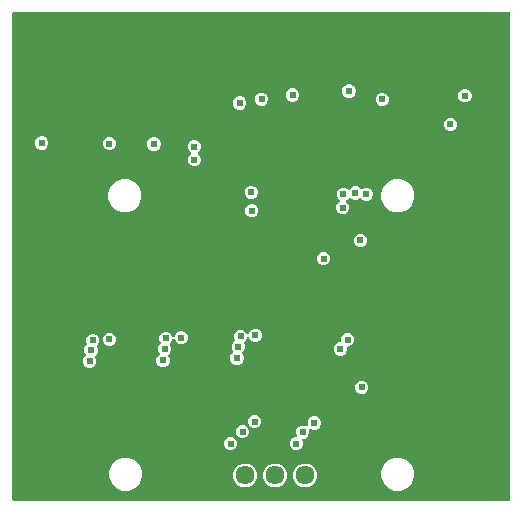
<source format=gbr>
G04 EAGLE Gerber RS-274X export*
G75*
%MOMM*%
%FSLAX34Y34*%
%LPD*%
%INCopper Layer 2*%
%IPPOS*%
%AMOC8*
5,1,8,0,0,1.08239X$1,22.5*%
G01*
%ADD10C,1.616000*%
%ADD11C,0.610000*%

G36*
X424684Y4010D02*
X424684Y4010D01*
X424748Y4009D01*
X424823Y4030D01*
X424899Y4041D01*
X424958Y4067D01*
X425020Y4084D01*
X425086Y4125D01*
X425156Y4157D01*
X425205Y4199D01*
X425260Y4232D01*
X425312Y4290D01*
X425370Y4340D01*
X425406Y4394D01*
X425449Y4442D01*
X425482Y4511D01*
X425525Y4576D01*
X425544Y4638D01*
X425572Y4695D01*
X425583Y4765D01*
X425607Y4846D01*
X425608Y4931D01*
X425619Y5000D01*
X425619Y417000D01*
X425610Y417064D01*
X425611Y417128D01*
X425590Y417203D01*
X425579Y417279D01*
X425553Y417338D01*
X425536Y417400D01*
X425495Y417466D01*
X425463Y417536D01*
X425421Y417585D01*
X425388Y417640D01*
X425330Y417692D01*
X425280Y417750D01*
X425226Y417786D01*
X425178Y417829D01*
X425109Y417862D01*
X425044Y417905D01*
X424982Y417924D01*
X424925Y417952D01*
X424855Y417963D01*
X424774Y417987D01*
X424689Y417988D01*
X424620Y417999D01*
X5000Y417999D01*
X4936Y417990D01*
X4872Y417991D01*
X4797Y417970D01*
X4721Y417959D01*
X4662Y417933D01*
X4600Y417916D01*
X4534Y417875D01*
X4464Y417843D01*
X4415Y417801D01*
X4360Y417768D01*
X4308Y417710D01*
X4250Y417660D01*
X4214Y417606D01*
X4171Y417558D01*
X4138Y417489D01*
X4095Y417424D01*
X4076Y417362D01*
X4048Y417305D01*
X4037Y417235D01*
X4013Y417154D01*
X4012Y417069D01*
X4001Y417000D01*
X4001Y5000D01*
X4010Y4936D01*
X4009Y4872D01*
X4030Y4797D01*
X4041Y4721D01*
X4067Y4662D01*
X4084Y4600D01*
X4125Y4534D01*
X4157Y4464D01*
X4199Y4415D01*
X4232Y4360D01*
X4290Y4308D01*
X4340Y4250D01*
X4394Y4214D01*
X4442Y4171D01*
X4511Y4138D01*
X4576Y4095D01*
X4638Y4076D01*
X4695Y4048D01*
X4765Y4037D01*
X4846Y4013D01*
X4931Y4012D01*
X5000Y4001D01*
X424620Y4001D01*
X424684Y4010D01*
G37*
%LPC*%
G36*
X97165Y12589D02*
X97165Y12589D01*
X92019Y14721D01*
X88081Y18659D01*
X85949Y23805D01*
X85949Y29375D01*
X88081Y34521D01*
X92019Y38459D01*
X97165Y40591D01*
X102735Y40591D01*
X107881Y38459D01*
X111819Y34521D01*
X113951Y29375D01*
X113951Y23805D01*
X111819Y18659D01*
X107881Y14721D01*
X102735Y12589D01*
X97165Y12589D01*
G37*
%LPD*%
%LPC*%
G36*
X327335Y12589D02*
X327335Y12589D01*
X322189Y14721D01*
X318251Y18659D01*
X316119Y23805D01*
X316119Y29375D01*
X318251Y34521D01*
X322189Y38459D01*
X327335Y40591D01*
X332905Y40591D01*
X338051Y38459D01*
X341989Y34521D01*
X344121Y29375D01*
X344121Y23805D01*
X341989Y18659D01*
X338051Y14721D01*
X332905Y12589D01*
X327335Y12589D01*
G37*
%LPD*%
%LPC*%
G36*
X327335Y248189D02*
X327335Y248189D01*
X322189Y250321D01*
X318251Y254259D01*
X316119Y259405D01*
X316119Y264975D01*
X318251Y270121D01*
X322189Y274059D01*
X327335Y276191D01*
X332905Y276191D01*
X338051Y274059D01*
X341989Y270121D01*
X344121Y264975D01*
X344121Y259405D01*
X341989Y254259D01*
X338051Y250321D01*
X332905Y248189D01*
X327335Y248189D01*
G37*
%LPD*%
%LPC*%
G36*
X96335Y248189D02*
X96335Y248189D01*
X91189Y250321D01*
X87251Y254259D01*
X85119Y259405D01*
X85119Y264975D01*
X87251Y270121D01*
X91189Y274059D01*
X96335Y276191D01*
X101905Y276191D01*
X107051Y274059D01*
X110989Y270121D01*
X113121Y264975D01*
X113121Y259405D01*
X110989Y254259D01*
X107051Y250321D01*
X101905Y248189D01*
X96335Y248189D01*
G37*
%LPD*%
%LPC*%
G36*
X282655Y246675D02*
X282655Y246675D01*
X280600Y247526D01*
X279027Y249099D01*
X278176Y251153D01*
X278176Y253378D01*
X279027Y255432D01*
X280600Y257005D01*
X280783Y257081D01*
X280885Y257141D01*
X280990Y257197D01*
X281006Y257213D01*
X281026Y257225D01*
X281107Y257311D01*
X281192Y257394D01*
X281203Y257414D01*
X281219Y257430D01*
X281272Y257536D01*
X281331Y257639D01*
X281336Y257662D01*
X281347Y257682D01*
X281369Y257798D01*
X281396Y257914D01*
X281395Y257937D01*
X281399Y257959D01*
X281388Y258076D01*
X281382Y258195D01*
X281374Y258217D01*
X281372Y258240D01*
X281328Y258350D01*
X281289Y258462D01*
X281276Y258479D01*
X281267Y258502D01*
X281152Y258649D01*
X281107Y258711D01*
X279395Y260423D01*
X278544Y262478D01*
X278544Y264702D01*
X279395Y266757D01*
X280968Y268329D01*
X283023Y269181D01*
X285247Y269181D01*
X287302Y268329D01*
X288032Y267599D01*
X288083Y267561D01*
X288128Y267515D01*
X288196Y267476D01*
X288257Y267430D01*
X288318Y267407D01*
X288374Y267376D01*
X288449Y267358D01*
X288521Y267330D01*
X288585Y267325D01*
X288648Y267311D01*
X288725Y267315D01*
X288803Y267309D01*
X288865Y267322D01*
X288930Y267325D01*
X289003Y267350D01*
X289079Y267366D01*
X289135Y267396D01*
X289196Y267418D01*
X289253Y267459D01*
X289328Y267499D01*
X289388Y267558D01*
X289445Y267599D01*
X291096Y269250D01*
X293151Y270101D01*
X295375Y270101D01*
X297430Y269250D01*
X298667Y268013D01*
X298719Y267974D01*
X298763Y267928D01*
X298831Y267890D01*
X298893Y267843D01*
X298953Y267821D01*
X299009Y267789D01*
X299084Y267771D01*
X299157Y267744D01*
X299221Y267739D01*
X299283Y267724D01*
X299361Y267728D01*
X299438Y267722D01*
X299501Y267735D01*
X299565Y267738D01*
X299638Y267764D01*
X299714Y267780D01*
X299771Y267810D01*
X299831Y267831D01*
X299888Y267872D01*
X299963Y267912D01*
X300024Y267971D01*
X300080Y268013D01*
X300435Y268367D01*
X302490Y269218D01*
X304714Y269218D01*
X306769Y268367D01*
X308341Y266795D01*
X309193Y264740D01*
X309193Y262516D01*
X308341Y260461D01*
X306769Y258888D01*
X304714Y258037D01*
X302490Y258037D01*
X300435Y258888D01*
X299197Y260126D01*
X299146Y260164D01*
X299101Y260210D01*
X299034Y260248D01*
X298972Y260295D01*
X298912Y260317D01*
X298856Y260349D01*
X298780Y260367D01*
X298708Y260394D01*
X298644Y260399D01*
X298581Y260414D01*
X298504Y260410D01*
X298427Y260416D01*
X298364Y260403D01*
X298300Y260400D01*
X298227Y260374D01*
X298151Y260359D01*
X298094Y260328D01*
X298033Y260307D01*
X297977Y260266D01*
X297902Y260226D01*
X297841Y260167D01*
X297784Y260126D01*
X297430Y259771D01*
X295375Y258920D01*
X293151Y258920D01*
X291096Y259771D01*
X290366Y260501D01*
X290314Y260540D01*
X290270Y260586D01*
X290202Y260624D01*
X290140Y260670D01*
X290080Y260693D01*
X290024Y260725D01*
X289949Y260743D01*
X289876Y260770D01*
X289812Y260775D01*
X289750Y260790D01*
X289672Y260786D01*
X289595Y260792D01*
X289532Y260779D01*
X289468Y260775D01*
X289395Y260750D01*
X289319Y260734D01*
X289262Y260704D01*
X289202Y260683D01*
X289145Y260641D01*
X289070Y260602D01*
X289009Y260542D01*
X288953Y260501D01*
X287302Y258850D01*
X287118Y258774D01*
X287016Y258714D01*
X286912Y258658D01*
X286895Y258642D01*
X286876Y258631D01*
X286795Y258544D01*
X286710Y258461D01*
X286698Y258442D01*
X286683Y258425D01*
X286629Y258319D01*
X286570Y258216D01*
X286565Y258194D01*
X286555Y258174D01*
X286533Y258057D01*
X286506Y257942D01*
X286507Y257919D01*
X286502Y257896D01*
X286514Y257779D01*
X286520Y257660D01*
X286527Y257638D01*
X286530Y257616D01*
X286573Y257506D01*
X286612Y257393D01*
X286625Y257376D01*
X286634Y257354D01*
X286749Y257206D01*
X286767Y257182D01*
X286774Y257171D01*
X286778Y257167D01*
X286794Y257144D01*
X288506Y255432D01*
X289357Y253378D01*
X289357Y251153D01*
X288506Y249099D01*
X286934Y247526D01*
X284879Y246675D01*
X282655Y246675D01*
G37*
%LPD*%
%LPC*%
G36*
X192934Y119209D02*
X192934Y119209D01*
X190879Y120060D01*
X189306Y121632D01*
X188455Y123687D01*
X188455Y125911D01*
X189306Y127966D01*
X190739Y129399D01*
X190778Y129451D01*
X190824Y129495D01*
X190862Y129563D01*
X190908Y129625D01*
X190931Y129685D01*
X190963Y129741D01*
X190980Y129816D01*
X191008Y129889D01*
X191013Y129953D01*
X191028Y130015D01*
X191024Y130093D01*
X191030Y130170D01*
X191017Y130233D01*
X191013Y130297D01*
X190988Y130370D01*
X190972Y130446D01*
X190942Y130503D01*
X190921Y130563D01*
X190879Y130620D01*
X190840Y130695D01*
X190780Y130756D01*
X190739Y130812D01*
X190329Y131222D01*
X189478Y133277D01*
X189478Y135501D01*
X190329Y137556D01*
X191973Y139200D01*
X191980Y139205D01*
X192022Y139250D01*
X192024Y139252D01*
X192075Y139291D01*
X192120Y139354D01*
X192173Y139410D01*
X192202Y139468D01*
X192240Y139520D01*
X192265Y139593D01*
X192301Y139662D01*
X192313Y139725D01*
X192334Y139785D01*
X192339Y139863D01*
X192353Y139939D01*
X192347Y140003D01*
X192351Y140067D01*
X192334Y140135D01*
X192326Y140220D01*
X192295Y140298D01*
X192278Y140366D01*
X191563Y142091D01*
X191563Y144316D01*
X192415Y146371D01*
X193987Y147943D01*
X196042Y148794D01*
X198266Y148794D01*
X200321Y147943D01*
X201894Y146370D01*
X202319Y145345D01*
X202335Y145317D01*
X202345Y145286D01*
X202407Y145196D01*
X202462Y145102D01*
X202486Y145080D01*
X202504Y145053D01*
X202588Y144984D01*
X202668Y144909D01*
X202697Y144894D01*
X202722Y144874D01*
X202822Y144831D01*
X202919Y144781D01*
X202951Y144775D01*
X202981Y144763D01*
X203089Y144749D01*
X203196Y144729D01*
X203229Y144732D01*
X203261Y144728D01*
X203368Y144745D01*
X203477Y144756D01*
X203507Y144768D01*
X203539Y144773D01*
X203638Y144820D01*
X203739Y144860D01*
X203765Y144880D01*
X203794Y144894D01*
X203875Y144967D01*
X203961Y145034D01*
X203980Y145060D01*
X204004Y145082D01*
X204052Y145159D01*
X204127Y145263D01*
X204143Y145308D01*
X204165Y145345D01*
X204985Y147325D01*
X206558Y148898D01*
X208613Y149749D01*
X210837Y149749D01*
X212892Y148898D01*
X214464Y147325D01*
X215316Y145270D01*
X215316Y143046D01*
X214464Y140991D01*
X212892Y139419D01*
X210837Y138568D01*
X208613Y138568D01*
X206558Y139419D01*
X204985Y140991D01*
X204560Y142017D01*
X204544Y142045D01*
X204534Y142076D01*
X204472Y142166D01*
X204417Y142260D01*
X204393Y142282D01*
X204375Y142309D01*
X204291Y142378D01*
X204211Y142453D01*
X204182Y142467D01*
X204157Y142488D01*
X204057Y142531D01*
X203960Y142580D01*
X203928Y142586D01*
X203898Y142599D01*
X203790Y142613D01*
X203683Y142633D01*
X203650Y142630D01*
X203618Y142634D01*
X203511Y142616D01*
X203402Y142606D01*
X203372Y142594D01*
X203340Y142589D01*
X203241Y142542D01*
X203140Y142501D01*
X203114Y142482D01*
X203085Y142468D01*
X203004Y142395D01*
X202918Y142328D01*
X202899Y142302D01*
X202875Y142280D01*
X202827Y142203D01*
X202752Y142099D01*
X202736Y142053D01*
X202714Y142017D01*
X201894Y140037D01*
X200250Y138393D01*
X200244Y138389D01*
X200202Y138345D01*
X200198Y138341D01*
X200148Y138302D01*
X200103Y138240D01*
X200051Y138184D01*
X200021Y138126D01*
X199983Y138073D01*
X199957Y138001D01*
X199922Y137933D01*
X199910Y137869D01*
X199889Y137808D01*
X199884Y137731D01*
X199870Y137655D01*
X199876Y137591D01*
X199872Y137526D01*
X199889Y137458D01*
X199896Y137375D01*
X199928Y137295D01*
X199945Y137227D01*
X200659Y135501D01*
X200659Y133277D01*
X199808Y131222D01*
X198375Y129789D01*
X198337Y129738D01*
X198290Y129693D01*
X198252Y129626D01*
X198206Y129564D01*
X198183Y129504D01*
X198151Y129448D01*
X198134Y129372D01*
X198106Y129300D01*
X198101Y129236D01*
X198086Y129173D01*
X198090Y129096D01*
X198084Y129019D01*
X198098Y128956D01*
X198101Y128892D01*
X198126Y128818D01*
X198142Y128743D01*
X198172Y128686D01*
X198193Y128625D01*
X198235Y128569D01*
X198275Y128494D01*
X198334Y128433D01*
X198375Y128376D01*
X198785Y127966D01*
X199636Y125911D01*
X199636Y123687D01*
X198785Y121632D01*
X197213Y120060D01*
X195158Y119209D01*
X192934Y119209D01*
G37*
%LPD*%
%LPC*%
G36*
X130404Y117354D02*
X130404Y117354D01*
X128349Y118206D01*
X126777Y119778D01*
X125925Y121833D01*
X125925Y124057D01*
X126777Y126112D01*
X128402Y127737D01*
X128440Y127788D01*
X128486Y127833D01*
X128524Y127901D01*
X128571Y127963D01*
X128593Y128023D01*
X128625Y128079D01*
X128643Y128154D01*
X128670Y128226D01*
X128675Y128290D01*
X128690Y128353D01*
X128686Y128430D01*
X128692Y128508D01*
X128679Y128571D01*
X128676Y128635D01*
X128650Y128708D01*
X128635Y128784D01*
X128604Y128840D01*
X128583Y128901D01*
X128542Y128958D01*
X128502Y129033D01*
X128443Y129093D01*
X128401Y129150D01*
X128183Y129368D01*
X127332Y131423D01*
X127332Y133647D01*
X128183Y135702D01*
X129317Y136836D01*
X129356Y136888D01*
X129402Y136932D01*
X129440Y137000D01*
X129487Y137062D01*
X129509Y137122D01*
X129541Y137178D01*
X129559Y137253D01*
X129586Y137326D01*
X129591Y137390D01*
X129606Y137452D01*
X129602Y137530D01*
X129608Y137607D01*
X129595Y137670D01*
X129591Y137734D01*
X129566Y137807D01*
X129550Y137883D01*
X129520Y137940D01*
X129499Y138000D01*
X129458Y138057D01*
X129418Y138132D01*
X129359Y138193D01*
X129317Y138249D01*
X129133Y138433D01*
X128282Y140488D01*
X128282Y142712D01*
X129133Y144767D01*
X130706Y146340D01*
X132761Y147191D01*
X134985Y147191D01*
X137040Y146340D01*
X138613Y144767D01*
X139342Y143006D01*
X139386Y142931D01*
X139422Y142852D01*
X139458Y142811D01*
X139486Y142763D01*
X139549Y142704D01*
X139605Y142638D01*
X139651Y142608D01*
X139691Y142570D01*
X139769Y142531D01*
X139841Y142483D01*
X139894Y142467D01*
X139943Y142443D01*
X140028Y142426D01*
X140111Y142401D01*
X140166Y142400D01*
X140220Y142390D01*
X140306Y142399D01*
X140393Y142397D01*
X140446Y142412D01*
X140501Y142417D01*
X140581Y142449D01*
X140665Y142473D01*
X140712Y142501D01*
X140763Y142522D01*
X140831Y142575D01*
X140905Y142621D01*
X140942Y142661D01*
X140985Y142695D01*
X141036Y142766D01*
X141094Y142830D01*
X141118Y142879D01*
X141150Y142924D01*
X141179Y143006D01*
X141217Y143084D01*
X141225Y143134D01*
X141244Y143190D01*
X141246Y143221D01*
X142116Y145319D01*
X143688Y146892D01*
X145743Y147743D01*
X147967Y147743D01*
X150022Y146892D01*
X151595Y145319D01*
X152446Y143265D01*
X152446Y141040D01*
X151595Y138986D01*
X150022Y137413D01*
X147967Y136562D01*
X145743Y136562D01*
X143688Y137413D01*
X142116Y138986D01*
X141386Y140747D01*
X141342Y140821D01*
X141306Y140900D01*
X141271Y140942D01*
X141243Y140989D01*
X141179Y141049D01*
X141123Y141115D01*
X141077Y141145D01*
X141037Y141182D01*
X140960Y141222D01*
X140887Y141269D01*
X140834Y141285D01*
X140785Y141310D01*
X140700Y141326D01*
X140617Y141352D01*
X140562Y141352D01*
X140508Y141362D01*
X140422Y141354D01*
X140335Y141355D01*
X140282Y141341D01*
X140228Y141335D01*
X140147Y141303D01*
X140063Y141280D01*
X140016Y141251D01*
X139966Y141231D01*
X139897Y141178D01*
X139823Y141132D01*
X139787Y141091D01*
X139743Y141057D01*
X139692Y140987D01*
X139634Y140923D01*
X139610Y140873D01*
X139578Y140829D01*
X139549Y140747D01*
X139511Y140669D01*
X139503Y140618D01*
X139484Y140563D01*
X139482Y140532D01*
X138613Y138433D01*
X137479Y137299D01*
X137440Y137248D01*
X137394Y137203D01*
X137356Y137136D01*
X137309Y137074D01*
X137287Y137013D01*
X137255Y136958D01*
X137237Y136882D01*
X137210Y136810D01*
X137205Y136746D01*
X137190Y136683D01*
X137194Y136606D01*
X137188Y136529D01*
X137201Y136466D01*
X137204Y136401D01*
X137230Y136328D01*
X137246Y136252D01*
X137276Y136196D01*
X137297Y136135D01*
X137338Y136078D01*
X137378Y136003D01*
X137437Y135943D01*
X137479Y135886D01*
X137662Y135702D01*
X138514Y133647D01*
X138514Y131423D01*
X137662Y129368D01*
X136038Y127744D01*
X135999Y127692D01*
X135953Y127647D01*
X135915Y127580D01*
X135868Y127518D01*
X135846Y127458D01*
X135814Y127402D01*
X135796Y127326D01*
X135769Y127254D01*
X135764Y127190D01*
X135749Y127127D01*
X135753Y127050D01*
X135747Y126973D01*
X135760Y126910D01*
X135763Y126846D01*
X135789Y126773D01*
X135804Y126697D01*
X135835Y126640D01*
X135856Y126579D01*
X135897Y126523D01*
X135937Y126448D01*
X135996Y126387D01*
X136038Y126330D01*
X136256Y126112D01*
X137107Y124057D01*
X137107Y121833D01*
X136256Y119778D01*
X134683Y118206D01*
X132628Y117354D01*
X130404Y117354D01*
G37*
%LPD*%
%LPC*%
G36*
X199089Y15319D02*
X199089Y15319D01*
X195384Y16854D01*
X192548Y19690D01*
X191013Y23395D01*
X191013Y27405D01*
X192548Y31110D01*
X195384Y33946D01*
X199089Y35481D01*
X203099Y35481D01*
X206804Y33946D01*
X209640Y31110D01*
X211175Y27405D01*
X211175Y23395D01*
X209640Y19690D01*
X206804Y16854D01*
X203099Y15319D01*
X199089Y15319D01*
G37*
%LPD*%
%LPC*%
G36*
X249889Y15319D02*
X249889Y15319D01*
X246184Y16854D01*
X243348Y19690D01*
X241813Y23395D01*
X241813Y27405D01*
X243348Y31110D01*
X246184Y33946D01*
X249889Y35481D01*
X253899Y35481D01*
X257604Y33946D01*
X260440Y31110D01*
X261975Y27405D01*
X261975Y23395D01*
X260440Y19690D01*
X257604Y16854D01*
X253899Y15319D01*
X249889Y15319D01*
G37*
%LPD*%
%LPC*%
G36*
X224489Y15319D02*
X224489Y15319D01*
X220784Y16854D01*
X217948Y19690D01*
X216413Y23395D01*
X216413Y27405D01*
X217948Y31110D01*
X220784Y33946D01*
X224489Y35481D01*
X228499Y35481D01*
X232204Y33946D01*
X235040Y31110D01*
X236575Y27405D01*
X236575Y23395D01*
X235040Y19690D01*
X232204Y16854D01*
X228499Y15319D01*
X224489Y15319D01*
G37*
%LPD*%
%LPC*%
G36*
X243055Y46883D02*
X243055Y46883D01*
X241000Y47734D01*
X239427Y49306D01*
X238576Y51361D01*
X238576Y53585D01*
X239427Y55640D01*
X241000Y57213D01*
X243055Y58064D01*
X243957Y58064D01*
X244074Y58081D01*
X244192Y58092D01*
X244213Y58101D01*
X244236Y58104D01*
X244344Y58153D01*
X244454Y58197D01*
X244472Y58211D01*
X244493Y58220D01*
X244583Y58297D01*
X244676Y58370D01*
X244690Y58389D01*
X244707Y58404D01*
X244772Y58503D01*
X244841Y58599D01*
X244849Y58620D01*
X244861Y58639D01*
X244896Y58753D01*
X244936Y58865D01*
X244937Y58887D01*
X244944Y58909D01*
X244945Y59028D01*
X244952Y59146D01*
X244947Y59167D01*
X244948Y59191D01*
X244898Y59371D01*
X244880Y59446D01*
X244242Y60985D01*
X244242Y63209D01*
X245093Y65264D01*
X246666Y66837D01*
X248721Y67688D01*
X250945Y67688D01*
X252815Y66913D01*
X252846Y66905D01*
X252875Y66891D01*
X252982Y66871D01*
X253088Y66843D01*
X253120Y66844D01*
X253152Y66838D01*
X253261Y66849D01*
X253370Y66852D01*
X253400Y66862D01*
X253433Y66866D01*
X253534Y66906D01*
X253638Y66940D01*
X253665Y66958D01*
X253695Y66970D01*
X253781Y67037D01*
X253871Y67099D01*
X253891Y67124D01*
X253917Y67144D01*
X253981Y67232D01*
X254050Y67316D01*
X254063Y67346D01*
X254082Y67372D01*
X254119Y67475D01*
X254162Y67576D01*
X254166Y67608D01*
X254176Y67638D01*
X254183Y67747D01*
X254196Y67855D01*
X254191Y67887D01*
X254193Y67920D01*
X254172Y68008D01*
X254151Y68134D01*
X254130Y68178D01*
X254120Y68219D01*
X253915Y68715D01*
X253915Y70939D01*
X254766Y72994D01*
X256339Y74566D01*
X258394Y75418D01*
X260618Y75418D01*
X262673Y74566D01*
X264245Y72994D01*
X265096Y70939D01*
X265096Y68715D01*
X264245Y66660D01*
X262673Y65087D01*
X260618Y64236D01*
X258394Y64236D01*
X256524Y65011D01*
X256492Y65019D01*
X256464Y65033D01*
X256356Y65054D01*
X256251Y65081D01*
X256218Y65080D01*
X256187Y65086D01*
X256078Y65075D01*
X255969Y65072D01*
X255938Y65062D01*
X255906Y65059D01*
X255804Y65018D01*
X255700Y64984D01*
X255674Y64966D01*
X255644Y64954D01*
X255558Y64887D01*
X255467Y64825D01*
X255447Y64800D01*
X255422Y64781D01*
X255357Y64692D01*
X255288Y64608D01*
X255275Y64578D01*
X255257Y64552D01*
X255220Y64449D01*
X255177Y64349D01*
X255173Y64317D01*
X255162Y64286D01*
X255156Y64177D01*
X255142Y64069D01*
X255147Y64037D01*
X255145Y64005D01*
X255167Y63916D01*
X255187Y63790D01*
X255208Y63747D01*
X255218Y63705D01*
X255423Y63209D01*
X255423Y60985D01*
X254572Y58930D01*
X253000Y57358D01*
X250945Y56507D01*
X250043Y56507D01*
X249926Y56490D01*
X249808Y56478D01*
X249786Y56470D01*
X249764Y56467D01*
X249656Y56418D01*
X249546Y56374D01*
X249528Y56360D01*
X249507Y56351D01*
X249417Y56274D01*
X249323Y56200D01*
X249310Y56182D01*
X249293Y56167D01*
X249228Y56068D01*
X249158Y55972D01*
X249151Y55950D01*
X249138Y55931D01*
X249103Y55818D01*
X249064Y55706D01*
X249062Y55683D01*
X249056Y55661D01*
X249054Y55543D01*
X249047Y55425D01*
X249052Y55403D01*
X249052Y55379D01*
X249102Y55200D01*
X249120Y55125D01*
X249758Y53585D01*
X249758Y51361D01*
X248906Y49306D01*
X247334Y47734D01*
X245279Y46883D01*
X243055Y46883D01*
G37*
%LPD*%
%LPC*%
G36*
X68208Y116564D02*
X68208Y116564D01*
X66153Y117416D01*
X64580Y118988D01*
X63729Y121043D01*
X63729Y123267D01*
X64580Y125322D01*
X65940Y126682D01*
X65978Y126733D01*
X66024Y126778D01*
X66062Y126845D01*
X66109Y126907D01*
X66132Y126967D01*
X66163Y127023D01*
X66181Y127099D01*
X66208Y127171D01*
X66213Y127235D01*
X66228Y127298D01*
X66224Y127375D01*
X66230Y127452D01*
X66217Y127515D01*
X66214Y127579D01*
X66188Y127653D01*
X66173Y127728D01*
X66142Y127785D01*
X66121Y127846D01*
X66080Y127902D01*
X66040Y127977D01*
X65981Y128038D01*
X65940Y128095D01*
X65712Y128323D01*
X64861Y130377D01*
X64861Y132602D01*
X65712Y134656D01*
X66994Y135939D01*
X67000Y135946D01*
X67007Y135952D01*
X67084Y136059D01*
X67163Y136164D01*
X67167Y136173D01*
X67172Y136181D01*
X67216Y136305D01*
X67263Y136428D01*
X67263Y136438D01*
X67267Y136447D01*
X67274Y136578D01*
X67285Y136709D01*
X67283Y136719D01*
X67283Y136728D01*
X67265Y136803D01*
X67227Y136985D01*
X67216Y137007D01*
X67211Y137028D01*
X66502Y138739D01*
X66502Y140963D01*
X67353Y143018D01*
X68926Y144590D01*
X70981Y145442D01*
X73205Y145442D01*
X75260Y144590D01*
X76832Y143018D01*
X77683Y140963D01*
X77683Y138739D01*
X76832Y136684D01*
X75550Y135402D01*
X75544Y135394D01*
X75537Y135388D01*
X75460Y135281D01*
X75381Y135176D01*
X75377Y135167D01*
X75372Y135160D01*
X75328Y135036D01*
X75281Y134912D01*
X75280Y134903D01*
X75277Y134894D01*
X75269Y134762D01*
X75259Y134631D01*
X75261Y134622D01*
X75261Y134612D01*
X75279Y134537D01*
X75317Y134355D01*
X75328Y134334D01*
X75333Y134313D01*
X76042Y132602D01*
X76042Y130377D01*
X75191Y128323D01*
X73831Y126963D01*
X73793Y126912D01*
X73747Y126867D01*
X73709Y126799D01*
X73662Y126738D01*
X73639Y126678D01*
X73608Y126622D01*
X73590Y126546D01*
X73563Y126474D01*
X73558Y126410D01*
X73543Y126347D01*
X73547Y126270D01*
X73541Y126193D01*
X73554Y126130D01*
X73557Y126065D01*
X73583Y125992D01*
X73598Y125916D01*
X73629Y125860D01*
X73650Y125799D01*
X73691Y125742D01*
X73731Y125667D01*
X73790Y125607D01*
X73831Y125550D01*
X74059Y125322D01*
X74910Y123267D01*
X74910Y121043D01*
X74059Y118988D01*
X72487Y117416D01*
X70432Y116564D01*
X68208Y116564D01*
G37*
%LPD*%
%LPC*%
G36*
X156898Y287022D02*
X156898Y287022D01*
X154843Y287873D01*
X153270Y289446D01*
X152419Y291501D01*
X152419Y293725D01*
X153270Y295780D01*
X154912Y297421D01*
X154983Y297516D01*
X155059Y297608D01*
X155068Y297629D01*
X155081Y297647D01*
X155123Y297758D01*
X155170Y297867D01*
X155173Y297889D01*
X155181Y297911D01*
X155190Y298029D01*
X155204Y298147D01*
X155201Y298169D01*
X155202Y298192D01*
X155178Y298308D01*
X155159Y298425D01*
X155149Y298446D01*
X155145Y298468D01*
X155089Y298573D01*
X155038Y298680D01*
X155023Y298697D01*
X155012Y298717D01*
X154929Y298802D01*
X154851Y298891D01*
X154832Y298902D01*
X154816Y298919D01*
X154724Y298971D01*
X153111Y300584D01*
X152260Y302639D01*
X152260Y304863D01*
X153111Y306918D01*
X154684Y308490D01*
X156739Y309341D01*
X158963Y309341D01*
X161018Y308490D01*
X162590Y306918D01*
X163441Y304863D01*
X163441Y302639D01*
X162590Y300584D01*
X160949Y298942D01*
X160877Y298847D01*
X160802Y298755D01*
X160793Y298735D01*
X160779Y298717D01*
X160737Y298606D01*
X160690Y298496D01*
X160688Y298474D01*
X160680Y298453D01*
X160671Y298334D01*
X160656Y298216D01*
X160660Y298194D01*
X160658Y298172D01*
X160682Y298055D01*
X160701Y297938D01*
X160711Y297918D01*
X160716Y297895D01*
X160771Y297790D01*
X160822Y297683D01*
X160837Y297666D01*
X160848Y297646D01*
X160931Y297561D01*
X161010Y297473D01*
X161028Y297461D01*
X161045Y297444D01*
X161136Y297392D01*
X162749Y295780D01*
X163600Y293725D01*
X163600Y291501D01*
X162749Y289446D01*
X161177Y287873D01*
X159122Y287022D01*
X156898Y287022D01*
G37*
%LPD*%
%LPC*%
G36*
X280629Y126987D02*
X280629Y126987D01*
X278574Y127838D01*
X277001Y129411D01*
X276150Y131465D01*
X276150Y133690D01*
X277001Y135744D01*
X278574Y137317D01*
X280629Y138168D01*
X281186Y138168D01*
X281249Y138177D01*
X281314Y138176D01*
X281388Y138197D01*
X281465Y138208D01*
X281523Y138234D01*
X281585Y138252D01*
X281651Y138292D01*
X281722Y138324D01*
X281771Y138366D01*
X281825Y138400D01*
X281877Y138457D01*
X281936Y138508D01*
X281971Y138561D01*
X282014Y138609D01*
X282048Y138679D01*
X282091Y138744D01*
X282109Y138805D01*
X282137Y138863D01*
X282148Y138932D01*
X282173Y139013D01*
X282174Y139098D01*
X282185Y139167D01*
X282185Y141575D01*
X283036Y143630D01*
X284609Y145203D01*
X286664Y146054D01*
X288888Y146054D01*
X290943Y145203D01*
X292515Y143630D01*
X293366Y141575D01*
X293366Y139351D01*
X292515Y137296D01*
X290943Y135724D01*
X288888Y134872D01*
X288331Y134872D01*
X288267Y134863D01*
X288203Y134864D01*
X288128Y134843D01*
X288052Y134833D01*
X287993Y134806D01*
X287931Y134789D01*
X287865Y134748D01*
X287795Y134716D01*
X287746Y134675D01*
X287691Y134641D01*
X287639Y134583D01*
X287581Y134533D01*
X287545Y134479D01*
X287502Y134431D01*
X287469Y134362D01*
X287426Y134297D01*
X287407Y134235D01*
X287379Y134178D01*
X287368Y134108D01*
X287344Y134027D01*
X287343Y133943D01*
X287332Y133873D01*
X287332Y131465D01*
X286481Y129411D01*
X284908Y127838D01*
X282853Y126987D01*
X280629Y126987D01*
G37*
%LPD*%
%LPC*%
G36*
X287757Y345260D02*
X287757Y345260D01*
X285702Y346111D01*
X284129Y347684D01*
X283278Y349739D01*
X283278Y351963D01*
X284129Y354018D01*
X285702Y355590D01*
X287757Y356442D01*
X289981Y356442D01*
X292036Y355590D01*
X293609Y354018D01*
X294460Y351963D01*
X294460Y349739D01*
X293609Y347684D01*
X292036Y346111D01*
X289981Y345260D01*
X287757Y345260D01*
G37*
%LPD*%
%LPC*%
G36*
X240198Y342043D02*
X240198Y342043D01*
X238143Y342894D01*
X236570Y344467D01*
X235719Y346522D01*
X235719Y348746D01*
X236570Y350801D01*
X238143Y352373D01*
X240198Y353224D01*
X242422Y353224D01*
X244477Y352373D01*
X246049Y350801D01*
X246901Y348746D01*
X246901Y346522D01*
X246049Y344467D01*
X244477Y342894D01*
X242422Y342043D01*
X240198Y342043D01*
G37*
%LPD*%
%LPC*%
G36*
X386052Y341214D02*
X386052Y341214D01*
X383997Y342066D01*
X382424Y343638D01*
X381573Y345693D01*
X381573Y347917D01*
X382424Y349972D01*
X383997Y351545D01*
X386052Y352396D01*
X388276Y352396D01*
X390331Y351545D01*
X391903Y349972D01*
X392754Y347917D01*
X392754Y345693D01*
X391903Y343638D01*
X390331Y342066D01*
X388276Y341214D01*
X386052Y341214D01*
G37*
%LPD*%
%LPC*%
G36*
X213969Y338466D02*
X213969Y338466D01*
X211914Y339317D01*
X210341Y340890D01*
X209490Y342945D01*
X209490Y345169D01*
X210341Y347224D01*
X211914Y348797D01*
X213969Y349648D01*
X216193Y349648D01*
X218248Y348797D01*
X219820Y347224D01*
X220671Y345169D01*
X220671Y342945D01*
X219820Y340890D01*
X218248Y339317D01*
X216193Y338466D01*
X213969Y338466D01*
G37*
%LPD*%
%LPC*%
G36*
X315893Y338282D02*
X315893Y338282D01*
X313838Y339133D01*
X312265Y340706D01*
X311414Y342761D01*
X311414Y344985D01*
X312265Y347040D01*
X313838Y348612D01*
X315893Y349464D01*
X318117Y349464D01*
X320172Y348612D01*
X321744Y347040D01*
X322595Y344985D01*
X322595Y342761D01*
X321744Y340706D01*
X320172Y339133D01*
X318117Y338282D01*
X315893Y338282D01*
G37*
%LPD*%
%LPC*%
G36*
X195390Y335257D02*
X195390Y335257D01*
X193335Y336108D01*
X191762Y337681D01*
X190911Y339736D01*
X190911Y341960D01*
X191762Y344015D01*
X193335Y345587D01*
X195390Y346438D01*
X197614Y346438D01*
X199669Y345587D01*
X201242Y344015D01*
X202093Y341960D01*
X202093Y339736D01*
X201242Y337681D01*
X199669Y336108D01*
X197614Y335257D01*
X195390Y335257D01*
G37*
%LPD*%
%LPC*%
G36*
X373677Y317129D02*
X373677Y317129D01*
X371622Y317980D01*
X370049Y319553D01*
X369198Y321608D01*
X369198Y323832D01*
X370049Y325887D01*
X371622Y327460D01*
X373677Y328311D01*
X375901Y328311D01*
X377956Y327460D01*
X379528Y325887D01*
X380379Y323832D01*
X380379Y321608D01*
X379528Y319553D01*
X377956Y317980D01*
X375901Y317129D01*
X373677Y317129D01*
G37*
%LPD*%
%LPC*%
G36*
X27792Y301340D02*
X27792Y301340D01*
X25737Y302191D01*
X24165Y303764D01*
X23313Y305818D01*
X23313Y308043D01*
X24165Y310098D01*
X25737Y311670D01*
X27792Y312521D01*
X30016Y312521D01*
X32071Y311670D01*
X33644Y310098D01*
X34495Y308043D01*
X34495Y305818D01*
X33644Y303764D01*
X32071Y302191D01*
X30016Y301340D01*
X27792Y301340D01*
G37*
%LPD*%
%LPC*%
G36*
X84833Y300771D02*
X84833Y300771D01*
X82778Y301622D01*
X81206Y303195D01*
X80354Y305250D01*
X80354Y307474D01*
X81206Y309529D01*
X82778Y311101D01*
X84833Y311953D01*
X87057Y311953D01*
X89112Y311101D01*
X90685Y309529D01*
X91536Y307474D01*
X91536Y305250D01*
X90685Y303195D01*
X89112Y301622D01*
X87057Y300771D01*
X84833Y300771D01*
G37*
%LPD*%
%LPC*%
G36*
X204953Y259736D02*
X204953Y259736D01*
X202899Y260587D01*
X201326Y262159D01*
X200475Y264214D01*
X200475Y266438D01*
X201326Y268493D01*
X202899Y270066D01*
X204953Y270917D01*
X207178Y270917D01*
X209232Y270066D01*
X210805Y268493D01*
X211656Y266438D01*
X211656Y264214D01*
X210805Y262159D01*
X209232Y260587D01*
X207178Y259736D01*
X204953Y259736D01*
G37*
%LPD*%
%LPC*%
G36*
X84975Y135089D02*
X84975Y135089D01*
X82921Y135940D01*
X81348Y137512D01*
X80497Y139567D01*
X80497Y141791D01*
X81348Y143846D01*
X82921Y145419D01*
X84975Y146270D01*
X87200Y146270D01*
X89254Y145419D01*
X90827Y143846D01*
X91678Y141791D01*
X91678Y139567D01*
X90827Y137512D01*
X89254Y135940D01*
X87200Y135089D01*
X84975Y135089D01*
G37*
%LPD*%
%LPC*%
G36*
X298677Y94334D02*
X298677Y94334D01*
X296622Y95185D01*
X295049Y96757D01*
X294198Y98812D01*
X294198Y101036D01*
X295049Y103091D01*
X296622Y104664D01*
X298677Y105515D01*
X300901Y105515D01*
X302956Y104664D01*
X304528Y103091D01*
X305380Y101036D01*
X305380Y98812D01*
X304528Y96757D01*
X302956Y95185D01*
X300901Y94334D01*
X298677Y94334D01*
G37*
%LPD*%
%LPC*%
G36*
X207883Y65495D02*
X207883Y65495D01*
X205828Y66346D01*
X204256Y67919D01*
X203404Y69973D01*
X203404Y72198D01*
X204256Y74252D01*
X205828Y75825D01*
X207883Y76676D01*
X210107Y76676D01*
X212162Y75825D01*
X213735Y74252D01*
X214586Y72198D01*
X214586Y69973D01*
X213735Y67919D01*
X212162Y66346D01*
X210107Y65495D01*
X207883Y65495D01*
G37*
%LPD*%
%LPC*%
G36*
X197822Y56736D02*
X197822Y56736D01*
X195767Y57587D01*
X194195Y59159D01*
X193344Y61214D01*
X193344Y63438D01*
X194195Y65493D01*
X195767Y67066D01*
X197822Y67917D01*
X200046Y67917D01*
X202101Y67066D01*
X203674Y65493D01*
X204525Y63438D01*
X204525Y61214D01*
X203674Y59159D01*
X202101Y57587D01*
X200046Y56736D01*
X197822Y56736D01*
G37*
%LPD*%
%LPC*%
G36*
X187509Y46883D02*
X187509Y46883D01*
X185454Y47734D01*
X183881Y49306D01*
X183030Y51361D01*
X183030Y53585D01*
X183881Y55640D01*
X185454Y57213D01*
X187509Y58064D01*
X189733Y58064D01*
X191788Y57213D01*
X193361Y55640D01*
X194212Y53585D01*
X194212Y51361D01*
X193361Y49306D01*
X191788Y47734D01*
X189733Y46883D01*
X187509Y46883D01*
G37*
%LPD*%
%LPC*%
G36*
X122649Y300542D02*
X122649Y300542D01*
X120594Y301393D01*
X119021Y302966D01*
X118170Y305021D01*
X118170Y307245D01*
X119021Y309300D01*
X120594Y310872D01*
X122649Y311723D01*
X124873Y311723D01*
X126928Y310872D01*
X128501Y309300D01*
X129352Y307245D01*
X129352Y305021D01*
X128501Y302966D01*
X126928Y301393D01*
X124873Y300542D01*
X122649Y300542D01*
G37*
%LPD*%
%LPC*%
G36*
X266375Y203486D02*
X266375Y203486D01*
X264320Y204338D01*
X262747Y205910D01*
X261896Y207965D01*
X261896Y210189D01*
X262747Y212244D01*
X264320Y213817D01*
X266375Y214668D01*
X268599Y214668D01*
X270654Y213817D01*
X272226Y212244D01*
X273077Y210189D01*
X273077Y207965D01*
X272226Y205910D01*
X270654Y204338D01*
X268599Y203486D01*
X266375Y203486D01*
G37*
%LPD*%
%LPC*%
G36*
X205590Y243913D02*
X205590Y243913D01*
X203535Y244764D01*
X201963Y246337D01*
X201111Y248391D01*
X201111Y250616D01*
X201963Y252670D01*
X203535Y254243D01*
X205590Y255094D01*
X207814Y255094D01*
X209869Y254243D01*
X211442Y252670D01*
X212293Y250616D01*
X212293Y248391D01*
X211442Y246337D01*
X209869Y244764D01*
X207814Y243913D01*
X205590Y243913D01*
G37*
%LPD*%
%LPC*%
G36*
X297386Y218778D02*
X297386Y218778D01*
X295331Y219629D01*
X293759Y221202D01*
X292907Y223257D01*
X292907Y225481D01*
X293759Y227536D01*
X295331Y229109D01*
X297386Y229960D01*
X299610Y229960D01*
X301665Y229109D01*
X303238Y227536D01*
X304089Y225481D01*
X304089Y223257D01*
X303238Y221202D01*
X301665Y219629D01*
X299610Y218778D01*
X297386Y218778D01*
G37*
%LPD*%
D10*
X175694Y25400D03*
X201094Y25400D03*
X226494Y25400D03*
X251894Y25400D03*
D11*
X299789Y99924D03*
X374789Y322720D03*
X387164Y346805D03*
X288869Y350851D03*
X317005Y343873D03*
X196502Y340848D03*
X215081Y344057D03*
X284135Y263590D03*
X283767Y252266D03*
X294263Y264511D03*
X303602Y263628D03*
X206702Y249503D03*
X86088Y140679D03*
X72093Y139851D03*
X146855Y142153D03*
X133873Y141600D03*
X209725Y144158D03*
X197154Y143204D03*
X70451Y131490D03*
X69320Y122155D03*
X132923Y132535D03*
X131516Y122945D03*
X195069Y134389D03*
X194046Y124799D03*
X287776Y140463D03*
X281741Y132578D03*
X157851Y303751D03*
X158010Y292613D03*
X206066Y265326D03*
X18010Y410333D03*
X45081Y409891D03*
X69389Y410443D03*
X96128Y410112D03*
X116900Y410001D03*
X143087Y410885D03*
X276401Y326288D03*
X260288Y284950D03*
X250068Y267088D03*
X250621Y250240D03*
X240262Y266858D03*
X238835Y250424D03*
X11892Y196150D03*
X13235Y179143D03*
X76941Y196767D03*
X76275Y180873D03*
X86946Y174443D03*
X87377Y162868D03*
X148144Y162960D03*
X149525Y174192D03*
X137096Y182478D03*
X136635Y197393D03*
X103809Y168942D03*
X41893Y167839D03*
X165304Y171513D03*
X211530Y179300D03*
X197336Y181602D03*
X298876Y140847D03*
X317621Y140427D03*
X337822Y140738D03*
X357332Y139667D03*
X160431Y325890D03*
X158310Y314851D03*
X225366Y109149D03*
X385196Y46874D03*
X129067Y70980D03*
X178554Y81694D03*
X54837Y32812D03*
X15381Y141960D03*
X51493Y268519D03*
X112349Y250439D03*
X156486Y267180D03*
X171198Y355570D03*
X273376Y378152D03*
X345740Y326777D03*
X286890Y336151D03*
X365802Y271198D03*
X241310Y347634D03*
X267487Y209077D03*
X298498Y224369D03*
X123761Y306133D03*
X85945Y306362D03*
X28904Y306931D03*
X208995Y71086D03*
X259506Y69827D03*
X198934Y62326D03*
X249833Y62097D03*
X188621Y52473D03*
X244167Y52473D03*
M02*

</source>
